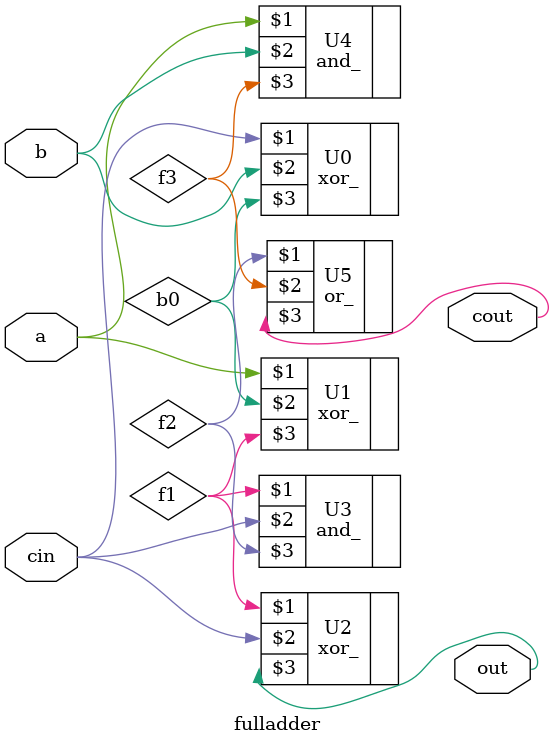
<source format=sv>
module fulladder( input logic a, b, cin,
						output logic out, cout);
logic f1, f2, f3, b0;

xor_ U0(cin,b,b0);
xor_ U1(a,b0,f1);
xor_ U2(f1,cin,out);
and_ U3(f1,cin,f2);
and_ U4(a,b,f3);
or_ U5(f2,f3,cout);

endmodule 

</source>
